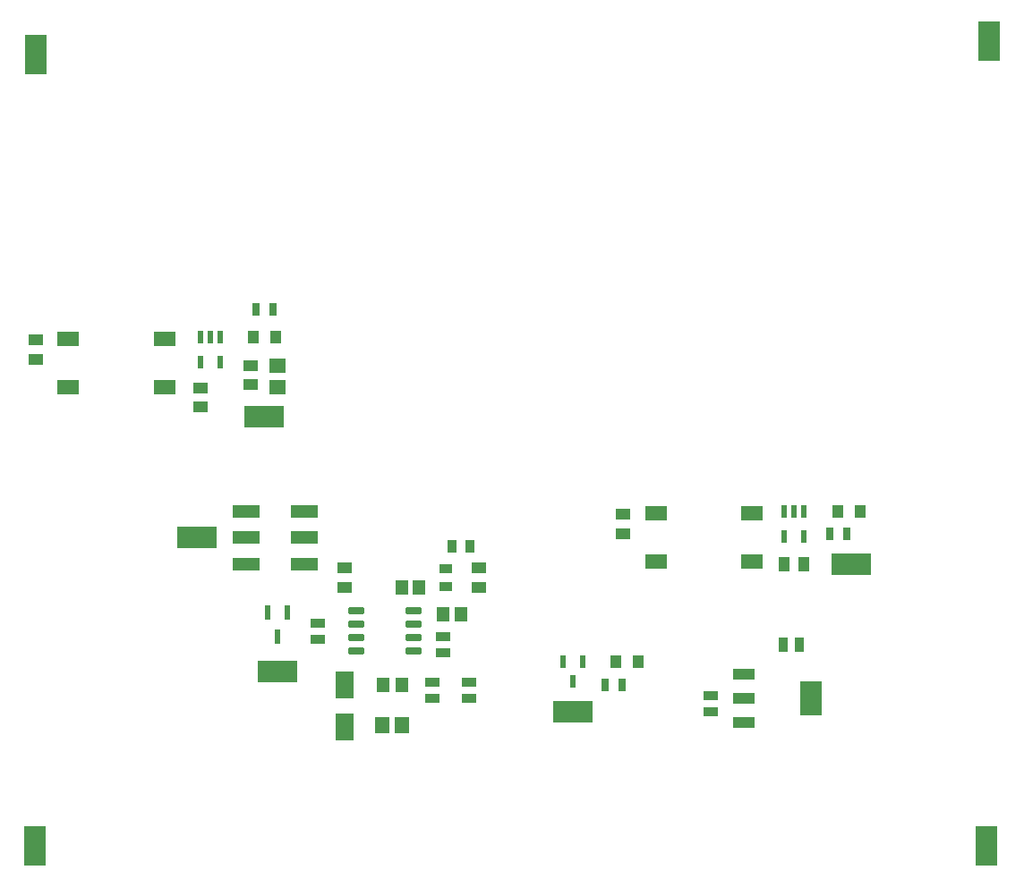
<source format=gtp>
G04*
G04 #@! TF.GenerationSoftware,Altium Limited,Altium Designer,23.7.1 (13)*
G04*
G04 Layer_Color=8421504*
%FSLAX44Y44*%
%MOMM*%
G71*
G04*
G04 #@! TF.SameCoordinates,0BEFCA26-5C96-4926-A50D-4D7A3FA2ED98*
G04*
G04*
G04 #@! TF.FilePolarity,Positive*
G04*
G01*
G75*
%ADD18R,2.0300X3.8000*%
%ADD19R,1.3500X1.0000*%
%ADD20R,2.1000X1.4000*%
%ADD21R,0.5080X1.3000*%
%ADD22R,0.5080X1.3000*%
%ADD23R,0.8000X1.2500*%
%ADD24R,1.1000X1.2000*%
%ADD25R,1.5000X1.4000*%
%ADD26R,3.8000X2.0300*%
%ADD27R,1.7000X2.5000*%
%ADD28R,0.6000X1.4500*%
%ADD29R,1.3500X0.9500*%
G04:AMPARAMS|DCode=30|XSize=0.6mm|YSize=1.45mm|CornerRadius=0.051mm|HoleSize=0mm|Usage=FLASHONLY|Rotation=270.000|XOffset=0mm|YOffset=0mm|HoleType=Round|Shape=RoundedRectangle|*
%AMROUNDEDRECTD30*
21,1,0.6000,1.3480,0,0,270.0*
21,1,0.4980,1.4500,0,0,270.0*
1,1,0.1020,-0.6740,-0.2490*
1,1,0.1020,-0.6740,0.2490*
1,1,0.1020,0.6740,0.2490*
1,1,0.1020,0.6740,-0.2490*
%
%ADD30ROUNDEDRECTD30*%
%ADD31R,1.1500X1.4000*%
%ADD32R,0.8065X1.3082*%
%ADD33R,1.3082X0.8065*%
%ADD34R,1.2000X1.4000*%
%ADD35R,1.4549X1.5562*%
%ADD36R,1.0000X1.3500*%
G04:AMPARAMS|DCode=37|XSize=3.25mm|YSize=2.05mm|CornerRadius=0.0513mm|HoleSize=0mm|Usage=FLASHONLY|Rotation=90.000|XOffset=0mm|YOffset=0mm|HoleType=Round|Shape=RoundedRectangle|*
%AMROUNDEDRECTD37*
21,1,3.2500,1.9475,0,0,90.0*
21,1,3.1475,2.0500,0,0,90.0*
1,1,0.1025,0.9738,1.5738*
1,1,0.1025,0.9738,-1.5738*
1,1,0.1025,-0.9738,-1.5738*
1,1,0.1025,-0.9738,1.5738*
%
%ADD37ROUNDEDRECTD37*%
G04:AMPARAMS|DCode=38|XSize=1mm|YSize=2.05mm|CornerRadius=0.05mm|HoleSize=0mm|Usage=FLASHONLY|Rotation=90.000|XOffset=0mm|YOffset=0mm|HoleType=Round|Shape=RoundedRectangle|*
%AMROUNDEDRECTD38*
21,1,1.0000,1.9500,0,0,90.0*
21,1,0.9000,2.0500,0,0,90.0*
1,1,0.1000,0.9750,0.4500*
1,1,0.1000,0.9750,-0.4500*
1,1,0.1000,-0.9750,-0.4500*
1,1,0.1000,-0.9750,0.4500*
%
%ADD38ROUNDEDRECTD38*%
%ADD39R,0.6000X1.2000*%
%ADD40R,2.5000X1.2000*%
%ADD41R,0.9500X1.3500*%
D18*
X952500Y876300D02*
D03*
X950000Y114300D02*
D03*
X50000D02*
D03*
X50800Y863600D02*
D03*
D19*
Y593200D02*
D03*
Y575200D02*
D03*
X254000Y550800D02*
D03*
Y568800D02*
D03*
X206400Y529700D02*
D03*
Y547700D02*
D03*
X342900Y377300D02*
D03*
Y359300D02*
D03*
X469900Y359300D02*
D03*
Y377300D02*
D03*
X606304Y428100D02*
D03*
Y410100D02*
D03*
D20*
X81500Y549000D02*
D03*
X172500D02*
D03*
X81500Y594000D02*
D03*
X172500D02*
D03*
X637004Y383900D02*
D03*
X728004D02*
D03*
X637004Y428900D02*
D03*
X728004D02*
D03*
D21*
X225400Y596200D02*
D03*
X777204Y431100D02*
D03*
D22*
X215900Y596200D02*
D03*
X206400D02*
D03*
Y572200D02*
D03*
X225400D02*
D03*
X777204Y407100D02*
D03*
X758204D02*
D03*
Y431100D02*
D03*
X767703D02*
D03*
D23*
X258700Y622300D02*
D03*
X274700D02*
D03*
X801504Y410100D02*
D03*
X817504D02*
D03*
X588900Y266700D02*
D03*
X604900D02*
D03*
D24*
X277200Y596200D02*
D03*
X256200D02*
D03*
X830504Y431100D02*
D03*
X809504D02*
D03*
X620100Y288400D02*
D03*
X599100D02*
D03*
D25*
X279400Y548800D02*
D03*
Y568800D02*
D03*
D26*
X266700Y520700D02*
D03*
X279400Y279400D02*
D03*
X822204Y381000D02*
D03*
X558800Y241300D02*
D03*
X203200Y406000D02*
D03*
D27*
X342900Y226700D02*
D03*
Y266700D02*
D03*
D28*
X279400Y312100D02*
D03*
X269900Y335600D02*
D03*
X288900D02*
D03*
D29*
X317500Y325000D02*
D03*
Y310000D02*
D03*
X436254Y297300D02*
D03*
Y312300D02*
D03*
X460547Y254323D02*
D03*
Y269323D02*
D03*
X425504Y254323D02*
D03*
Y269323D02*
D03*
X688854Y241300D02*
D03*
Y256300D02*
D03*
D30*
X353750Y336550D02*
D03*
Y323850D02*
D03*
Y311150D02*
D03*
Y298450D02*
D03*
X408250Y336550D02*
D03*
Y323850D02*
D03*
Y311150D02*
D03*
Y298450D02*
D03*
D31*
X412754Y359300D02*
D03*
X396754D02*
D03*
D32*
X444245Y398000D02*
D03*
X461262D02*
D03*
D33*
X438254Y376809D02*
D03*
Y359791D02*
D03*
D34*
X436254Y333600D02*
D03*
X452754D02*
D03*
X378754Y266700D02*
D03*
X396754D02*
D03*
D35*
X397010Y228600D02*
D03*
X378497D02*
D03*
D36*
X776704Y381000D02*
D03*
X758704D02*
D03*
D37*
X784104Y254000D02*
D03*
D38*
X720604Y231000D02*
D03*
Y254000D02*
D03*
Y277000D02*
D03*
D39*
X568300Y288400D02*
D03*
X549300D02*
D03*
X558800Y270400D02*
D03*
D40*
X249800Y406000D02*
D03*
X304800D02*
D03*
Y381000D02*
D03*
X249800D02*
D03*
Y431000D02*
D03*
X304800D02*
D03*
D41*
X772554Y304800D02*
D03*
X757554D02*
D03*
M02*

</source>
